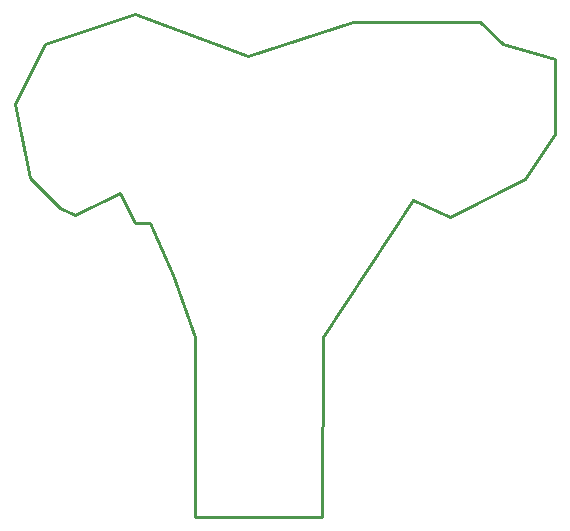
<source format=gbr>
G04 EAGLE Gerber RS-274X export*
G75*
%MOMM*%
%FSLAX34Y34*%
%LPD*%
%IN*%
%IPPOS*%
%AMOC8*
5,1,8,0,0,1.08239X$1,22.5*%
G01*
%ADD10C,0.254000*%


D10*
X-254Y347980D02*
X12700Y285750D01*
X38100Y260350D01*
X50800Y254000D01*
X88900Y273050D01*
X101600Y247650D01*
X114300Y247650D01*
X133350Y203200D01*
X152146Y151130D01*
X152146Y-1270D01*
X259896Y-1270D01*
X260096Y151130D01*
X336550Y266700D01*
X368046Y252730D01*
X431546Y284480D01*
X456946Y322580D01*
X456946Y386080D01*
X412496Y398780D01*
X393446Y417830D01*
X285496Y417830D01*
X196596Y389130D01*
X101346Y424180D01*
X25146Y398780D01*
X-254Y347980D01*
M02*

</source>
